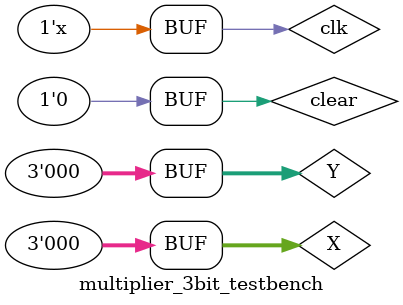
<source format=v>
`timescale 1ns / 1ps

module multiplier_3bit_testbench();
    reg clk,clear;
    reg [2:0] X,Y;
    wire [5:0] Out;

    multiplier_3bit dut(clk,clear,X,Y,Out);
    always #5 clk = !clk;
    
    initial begin
        clk = 1;
        clear = 0;
        X = 0;
        Y = 0;
        #20
        clear = 1;
        X = 3'b100;
        Y = 3'b011;
        #20
        clear = 1;
        #20
        clear = 0;
        X = 3'b101;
        Y = 3'b111;
        #20
        clear = 0;
        #20
        clear = 1;
        X = 3'b111;
        Y = 3'b111;
        clear = 1;
        #20
        clear = 0;
        X = 3'b000;
        Y = 3'b000;
    end
    
endmodule

</source>
